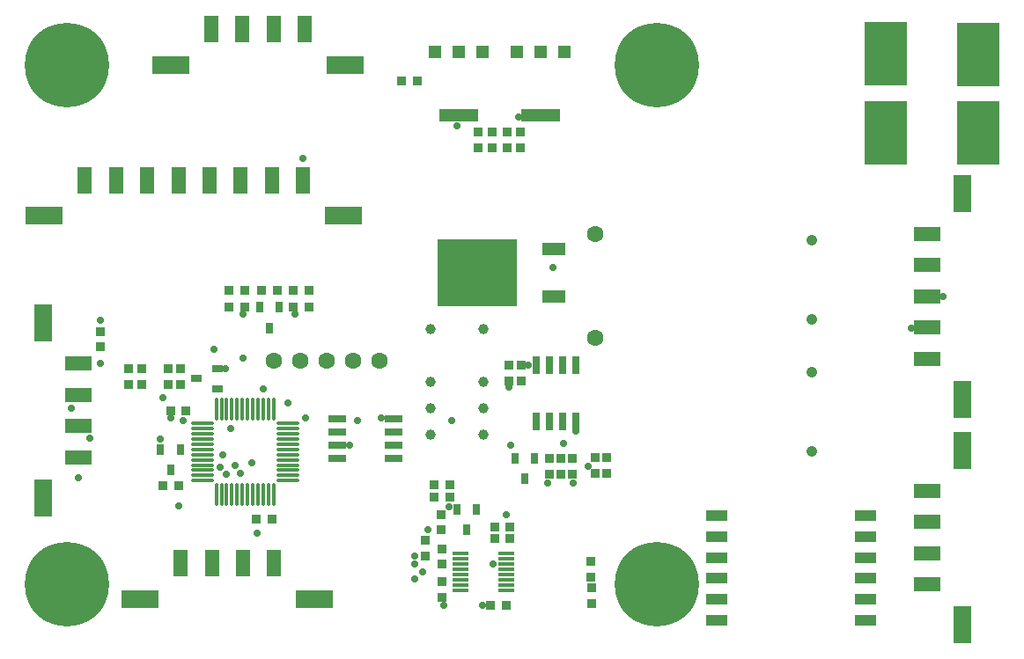
<source format=gts>
G04*
G04 #@! TF.GenerationSoftware,Altium Limited,Altium Designer,19.0.15 (446)*
G04*
G04 Layer_Color=8388736*
%FSLAX25Y25*%
%MOIN*%
G70*
G01*
G75*
%ADD19R,0.03353X0.03550*%
%ADD20R,0.07880X0.04416*%
%ADD21R,0.05400X0.10400*%
%ADD22R,0.13904X0.06896*%
%ADD23R,0.10400X0.05400*%
%ADD24R,0.06896X0.13904*%
%ADD25O,0.08668X0.01581*%
%ADD26O,0.01581X0.08668*%
%ADD27R,0.03550X0.03353*%
%ADD28R,0.03156X0.03943*%
%ADD29R,0.16148X0.24022*%
%ADD30R,0.03943X0.03156*%
%ADD31R,0.09061X0.05124*%
%ADD32R,0.30400X0.25400*%
%ADD33R,0.02762X0.06502*%
%ADD34R,0.05900X0.01500*%
%ADD35R,0.06502X0.02762*%
%ADD36R,0.05124X0.05124*%
%ADD37R,0.14573X0.05124*%
%ADD38C,0.31896*%
%ADD39C,0.06306*%
%ADD40C,0.04239*%
%ADD41C,0.03943*%
%ADD42C,0.02762*%
%ADD43C,0.02368*%
D19*
X-22731Y-99803D02*
D03*
Y-105709D02*
D03*
X-22835Y-95669D02*
D03*
Y-89763D02*
D03*
X-208661Y-8465D02*
D03*
Y-2559D02*
D03*
X-192913Y-22638D02*
D03*
Y-16732D02*
D03*
X-197835D02*
D03*
Y-22638D02*
D03*
X-85630Y-81693D02*
D03*
Y-87598D02*
D03*
X-79724Y-77756D02*
D03*
Y-71850D02*
D03*
X-178150Y-22638D02*
D03*
Y-16732D02*
D03*
X-183071D02*
D03*
Y-22638D02*
D03*
X-79331Y-90748D02*
D03*
Y-84842D02*
D03*
X-49409Y-15354D02*
D03*
Y-21260D02*
D03*
X-30118Y-50591D02*
D03*
Y-56496D02*
D03*
X-17126Y-56221D02*
D03*
Y-50315D02*
D03*
X-34449Y-56496D02*
D03*
Y-50591D02*
D03*
X-21457Y-50315D02*
D03*
Y-56221D02*
D03*
X-54134Y-15354D02*
D03*
Y-21260D02*
D03*
X-38780Y-50591D02*
D03*
Y-56496D02*
D03*
X-79331Y-97441D02*
D03*
Y-103347D02*
D03*
X-65551Y67126D02*
D03*
Y73032D02*
D03*
X-60236D02*
D03*
Y67126D02*
D03*
X-49803D02*
D03*
Y73032D02*
D03*
X-54724D02*
D03*
Y67126D02*
D03*
D20*
X80905Y-111811D02*
D03*
Y-103937D02*
D03*
Y-96063D02*
D03*
Y-88189D02*
D03*
Y-80315D02*
D03*
Y-72441D02*
D03*
X24606Y-111811D02*
D03*
Y-103937D02*
D03*
Y-96063D02*
D03*
Y-88189D02*
D03*
Y-80315D02*
D03*
Y-72441D02*
D03*
D21*
X-214567Y54843D02*
D03*
X-202756D02*
D03*
X-190945D02*
D03*
X-179134D02*
D03*
X-167322D02*
D03*
X-155511D02*
D03*
X-143700D02*
D03*
X-131889D02*
D03*
X-166733Y111929D02*
D03*
X-154922D02*
D03*
X-143110D02*
D03*
X-131299D02*
D03*
X-178263Y-90433D02*
D03*
X-166452D02*
D03*
X-154640D02*
D03*
X-142829D02*
D03*
D22*
X-116574Y41339D02*
D03*
X-229882D02*
D03*
X-115984Y98425D02*
D03*
X-182048D02*
D03*
X-127514Y-103937D02*
D03*
X-193578D02*
D03*
D23*
X-216811Y-14763D02*
D03*
Y-26574D02*
D03*
Y-38386D02*
D03*
Y-50197D02*
D03*
X104331Y-98426D02*
D03*
Y-86615D02*
D03*
Y-74803D02*
D03*
Y-62992D02*
D03*
X104319Y-12849D02*
D03*
Y-1038D02*
D03*
Y10773D02*
D03*
Y22584D02*
D03*
Y34395D02*
D03*
D24*
X-230315Y-65512D02*
D03*
Y552D02*
D03*
X117835Y-47677D02*
D03*
Y-113741D02*
D03*
X117823Y49710D02*
D03*
Y-28164D02*
D03*
D25*
X-170079Y-37402D02*
D03*
Y-39370D02*
D03*
Y-41339D02*
D03*
Y-43307D02*
D03*
Y-45276D02*
D03*
Y-47244D02*
D03*
Y-49213D02*
D03*
Y-51181D02*
D03*
Y-53150D02*
D03*
Y-55118D02*
D03*
Y-57087D02*
D03*
Y-59055D02*
D03*
X-137795D02*
D03*
Y-57087D02*
D03*
Y-55118D02*
D03*
Y-53150D02*
D03*
Y-51181D02*
D03*
Y-49213D02*
D03*
Y-47244D02*
D03*
Y-45276D02*
D03*
Y-43307D02*
D03*
Y-41339D02*
D03*
Y-39370D02*
D03*
Y-37402D02*
D03*
D26*
X-164764Y-64370D02*
D03*
X-162795D02*
D03*
X-160827D02*
D03*
X-158858D02*
D03*
X-156890D02*
D03*
X-154921D02*
D03*
X-152953D02*
D03*
X-150984D02*
D03*
X-149016D02*
D03*
X-147047D02*
D03*
X-145079D02*
D03*
X-143110D02*
D03*
Y-32087D02*
D03*
X-145079D02*
D03*
X-147047D02*
D03*
X-149016D02*
D03*
X-150984D02*
D03*
X-152953D02*
D03*
X-154921D02*
D03*
X-156890D02*
D03*
X-158858D02*
D03*
X-160827D02*
D03*
X-162795D02*
D03*
X-164764D02*
D03*
D27*
X-185039Y-61024D02*
D03*
X-179134D02*
D03*
X-153937Y6791D02*
D03*
X-159843D02*
D03*
Y13189D02*
D03*
X-153937D02*
D03*
X-147539D02*
D03*
X-141634D02*
D03*
X-135630Y6791D02*
D03*
X-129724D02*
D03*
Y13189D02*
D03*
X-135630D02*
D03*
X-88583Y92520D02*
D03*
X-94488D02*
D03*
X-82284Y-65354D02*
D03*
X-76378D02*
D03*
X-82284Y-60630D02*
D03*
X-76378D02*
D03*
X-53543Y-81102D02*
D03*
X-59449D02*
D03*
X-55118Y-106299D02*
D03*
X-61024D02*
D03*
X-59449Y-76772D02*
D03*
X-53543D02*
D03*
X-143701Y-73603D02*
D03*
X-149606D02*
D03*
X-176181Y-32480D02*
D03*
X-182087D02*
D03*
D28*
X-178346Y-47244D02*
D03*
X-185827D02*
D03*
X-182087Y-55118D02*
D03*
X-66142Y-69882D02*
D03*
X-73622D02*
D03*
X-69882Y-77756D02*
D03*
X-140945Y6693D02*
D03*
X-148425D02*
D03*
X-144685Y-1181D02*
D03*
X-44291Y-50591D02*
D03*
X-51772D02*
D03*
X-48031Y-58465D02*
D03*
D29*
X123819Y102362D02*
D03*
X88779Y102559D02*
D03*
Y72835D02*
D03*
X123819Y72638D02*
D03*
D30*
X-164370Y-24213D02*
D03*
Y-16732D02*
D03*
X-172244Y-20472D02*
D03*
D31*
X-36811Y28740D02*
D03*
Y10630D02*
D03*
D32*
X-65945Y19685D02*
D03*
D33*
X-43720Y-36614D02*
D03*
X-38721D02*
D03*
X-33720D02*
D03*
X-28721D02*
D03*
Y-15354D02*
D03*
X-33720D02*
D03*
X-38721D02*
D03*
X-43720D02*
D03*
D34*
X-72183Y-86806D02*
D03*
Y-88776D02*
D03*
Y-90746D02*
D03*
Y-92716D02*
D03*
Y-94686D02*
D03*
Y-96656D02*
D03*
Y-98626D02*
D03*
Y-100596D02*
D03*
X-54983D02*
D03*
Y-98626D02*
D03*
Y-96656D02*
D03*
Y-94686D02*
D03*
Y-92716D02*
D03*
Y-90746D02*
D03*
Y-88776D02*
D03*
Y-86806D02*
D03*
D35*
X-118898Y-35807D02*
D03*
Y-40807D02*
D03*
Y-45807D02*
D03*
Y-50807D02*
D03*
X-97638D02*
D03*
Y-45807D02*
D03*
Y-40807D02*
D03*
Y-35807D02*
D03*
D36*
X-63976Y103347D02*
D03*
X-73032D02*
D03*
X-82087D02*
D03*
X-32874D02*
D03*
X-41929D02*
D03*
X-50984D02*
D03*
D37*
X-73032Y79331D02*
D03*
X-41929D02*
D03*
D38*
X-221457Y98425D02*
D03*
Y-98425D02*
D03*
X1969D02*
D03*
Y98425D02*
D03*
D39*
X-103032Y-13780D02*
D03*
X-113031D02*
D03*
X-123031D02*
D03*
X-133031D02*
D03*
X-143032D02*
D03*
X-21248Y34449D02*
D03*
Y-4921D02*
D03*
D40*
X60630Y32126D02*
D03*
Y2126D02*
D03*
Y-17874D02*
D03*
Y-47874D02*
D03*
D41*
X-83661Y-21654D02*
D03*
Y-31654D02*
D03*
Y-41654D02*
D03*
X-63661D02*
D03*
Y-31654D02*
D03*
Y-21654D02*
D03*
Y-1654D02*
D03*
X-83661D02*
D03*
D42*
X-54985Y-72047D02*
D03*
X-149213Y-79134D02*
D03*
X-185039Y-27559D02*
D03*
X-208661Y1575D02*
D03*
X-131890Y62992D02*
D03*
X-165748Y-9449D02*
D03*
X-219685Y-31654D02*
D03*
X-24134Y-53543D02*
D03*
X-212598Y-42835D02*
D03*
X-37402Y21654D02*
D03*
X-216811Y-58071D02*
D03*
X-208661Y-14763D02*
D03*
X-147047Y-24213D02*
D03*
X-142829Y-90433D02*
D03*
X-179134Y-68575D02*
D03*
X98425Y-1181D02*
D03*
X110236Y10773D02*
D03*
X-33465Y-44985D02*
D03*
X-53150Y-45807D02*
D03*
X-60039Y-90551D02*
D03*
X-75787Y-36417D02*
D03*
X-76772Y-68898D02*
D03*
X-130906Y-35433D02*
D03*
X-177165Y-36417D02*
D03*
X-163386Y-54134D02*
D03*
X-162402Y-49213D02*
D03*
X-160887Y-56590D02*
D03*
X-155512Y-56221D02*
D03*
X-137795Y-29528D02*
D03*
X-111221Y-36417D02*
D03*
X-50197Y78740D02*
D03*
X-154528Y-12795D02*
D03*
X-151453Y-52165D02*
D03*
X-159449Y-39370D02*
D03*
X-161417Y-16732D02*
D03*
X-84646Y-77756D02*
D03*
X-73622Y75524D02*
D03*
X-114173Y-45807D02*
D03*
X-102362Y-35433D02*
D03*
X-154528Y3937D02*
D03*
X-134843D02*
D03*
X-186024Y-43307D02*
D03*
X-89567Y-96457D02*
D03*
X-157480Y-53150D02*
D03*
X-86614Y-93504D02*
D03*
X-89567Y-90746D02*
D03*
Y-87598D02*
D03*
X-182087Y-35433D02*
D03*
X-78740Y-106299D02*
D03*
X-63895D02*
D03*
X-29528Y-60039D02*
D03*
X-39370D02*
D03*
X-54134Y-23622D02*
D03*
X-46565Y-15354D02*
D03*
X-28721Y-40354D02*
D03*
X-94488Y92020D02*
D03*
X-74803Y10630D02*
D03*
X-58571Y19685D02*
D03*
X-74803Y28740D02*
D03*
X-32874Y103347D02*
D03*
X-54724Y73032D02*
D03*
X-60236D02*
D03*
X-63976Y103347D02*
D03*
X86614Y102363D02*
D03*
X124521D02*
D03*
D43*
X-190945Y53150D02*
D03*
Y57087D02*
D03*
X-166733Y114173D02*
D03*
Y110236D02*
D03*
X-154922D02*
D03*
Y114173D02*
D03*
X-178150Y-93223D02*
D03*
Y-88020D02*
D03*
M02*

</source>
